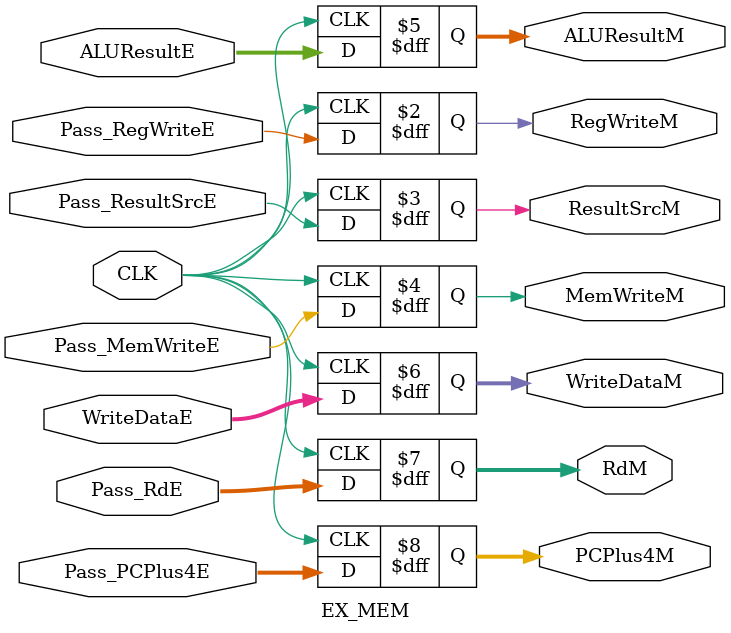
<source format=v>
module EX_MEM (
    input wire CLK,
    input wire Pass_RegWriteE,
    input wire Pass_ResultSrcE,
    input wire Pass_MemWriteE,
    input wire [31:0] ALUResultE,
    input wire [31:0] WriteDataE,
    input wire [4:0] Pass_RdE,
    input wire [31:0] Pass_PCPlus4E,
    output reg RegWriteM,
    output reg ResultSrcM,
    output reg MemWriteM,
    output reg [31:0] ALUResultM,
    output reg [31:0] WriteDataM,
    output reg [4:0] RdM,
    output reg [31:0] PCPlus4M
);

    always @(posedge CLK) begin
        RegWriteM <= Pass_RegWriteE;
        ResultSrcM <= Pass_ResultSrcE;
        MemWriteM <= Pass_MemWriteE;
        ALUResultM <= ALUResultE;
        WriteDataM <= WriteDataE;
        RdM <= Pass_RdE;
        PCPlus4M <= Pass_PCPlus4E;
    end
    
endmodule
</source>
